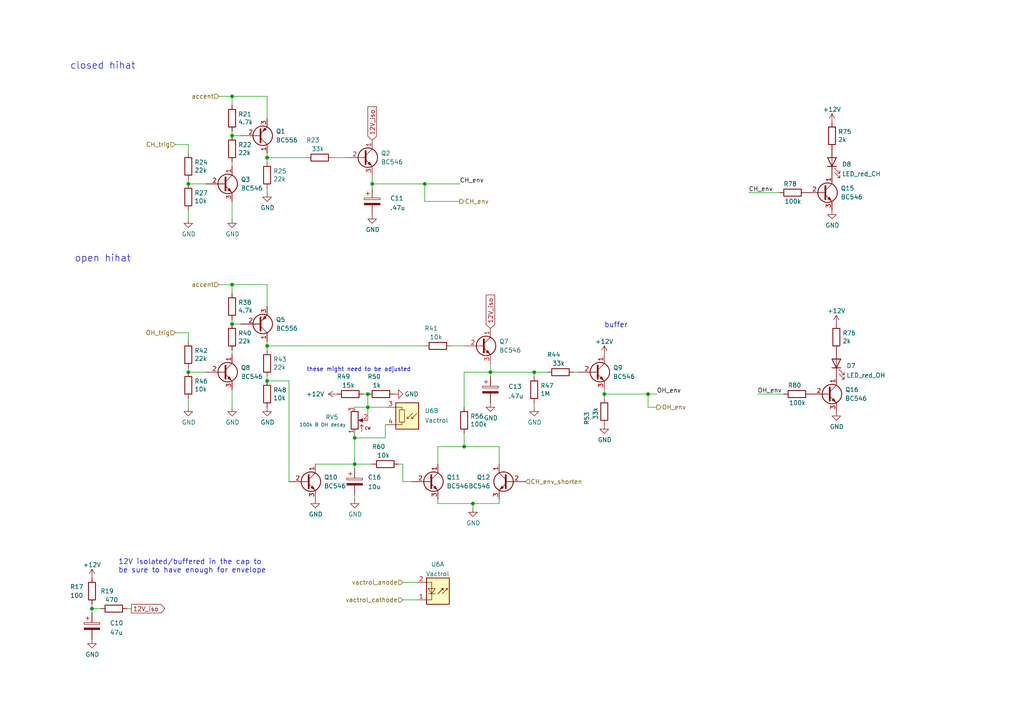
<source format=kicad_sch>
(kicad_sch (version 20211123) (generator eeschema)
  (paper "A4")
  (title_block (title "hihat") (rev "0.9") (comment 1 "untested"))
  (lib_symbols
    (symbol "Transistor_BJT:BC546" (pin_names (offset 0) hide)
      (property "Reference" "Q" (at 5.08 1.905 0))
      (property "Value" "BC546" (at 5.08 0 0))
      (symbol "BC546_0_1"
        (polyline (pts (xy 0 0) (xy 0.635 0)))
        (polyline (pts (xy 0.635 0.635) (xy 2.54 2.54)))
        (polyline (pts (xy 0.635 -0.635) (xy 2.54 -2.54) (xy 2.54 -2.54)))
        (polyline (pts (xy 0.635 1.905) (xy 0.635 -1.905) (xy 0.635 -1.905)) (stroke (width 0.508)))
        (polyline (pts (xy 1.27 -1.778) (xy 1.778 -1.27) (xy 2.286 -2.286) (xy 1.27 -1.778) (xy 1.27 -1.778)) (fill (type outline)))
        (circle (center 1.27 0) (radius 2.8194) (stroke (width 0.254)))
      )
      (symbol "BC546_1_1"
        (pin passive line (at 2.54 5.08 270) (length 2.54) (name "C") (number "1"))
        (pin input line (at -5.08 0 0) (length 5.08) (name "B") (number "2"))
        (pin passive line (at 2.54 -5.08 90) (length 2.54) (name "E") (number "3"))
      )
    )
    (symbol "Transistor_BJT:BC556" (pin_names (offset 0) hide)
      (property "Reference" "Q" (at 5.08 1.905 0))
      (property "Value" "BC556" (at 5.08 0 0))
      (symbol "BC556_0_1"
        (polyline (pts (xy 0.635 0.635) (xy 2.54 2.54)))
        (polyline (pts (xy 0.635 -0.635) (xy 2.54 -2.54) (xy 2.54 -2.54)))
        (polyline (pts (xy 0.635 1.905) (xy 0.635 -1.905) (xy 0.635 -1.905)) (stroke (width 0.508)))
        (polyline (pts (xy 2.286 -1.778) (xy 1.778 -2.286) (xy 1.27 -1.27) (xy 2.286 -1.778) (xy 2.286 -1.778)) (fill (type outline)))
        (circle (center 1.27 0) (radius 2.8194) (stroke (width 0.254)))
      )
      (symbol "BC556_1_1"
        (pin passive line (at 2.54 5.08 270) (length 2.54) (name "C") (number "1"))
        (pin input line (at -5.08 0 0) (length 5.715) (name "B") (number "2"))
        (pin passive line (at 2.54 -5.08 90) (length 2.54) (name "E") (number "3"))
      )
    )
    (symbol "ao_symbols:CP" (pin_numbers hide) (pin_names (offset 0.254))
      (property "Reference" "C" (at 0.635 2.54 0))
      (property "Value" "CP" (at 0.635 -2.54 0))
      (symbol "CP_0_1"
        (rectangle (start -2.286 0.508) (end 2.286 1.016))
        (polyline (pts (xy -1.778 2.286) (xy -0.762 2.286)))
        (polyline (pts (xy -1.27 2.794) (xy -1.27 1.778)))
        (rectangle (start 2.286 -0.508) (end -2.286 -1.016) (fill (type outline)))
      )
      (symbol "CP_1_1"
        (pin passive line (at 0 3.81 270) (length 2.794) (name "~") (number "1"))
        (pin passive line (at 0 -3.81 90) (length 2.794) (name "~") (number "2"))
      )
    )
    (symbol "ao_symbols:LED_red" (pin_numbers hide) (pin_names (offset 1.016) hide)
      (property "Reference" "D" (at 0 2.54 0))
      (property "Value" "LED_red" (at 0 -2.54 0))
      (symbol "LED_red_0_1"
        (polyline (pts (xy -1.27 -1.27) (xy -1.27 1.27)) (stroke (width 0.254)))
        (polyline (pts (xy -1.27 0) (xy 1.27 0)))
        (polyline (pts (xy 1.27 -1.27) (xy 1.27 1.27) (xy -1.27 0) (xy 1.27 -1.27)) (stroke (width 0.254)))
        (polyline (pts (xy -3.048 -0.762) (xy -4.572 -2.286) (xy -3.81 -2.286) (xy -4.572 -2.286) (xy -4.572 -1.524)))
        (polyline (pts (xy -1.778 -0.762) (xy -3.302 -2.286) (xy -2.54 -2.286) (xy -3.302 -2.286) (xy -3.302 -1.524)))
      )
      (symbol "LED_red_1_1"
        (pin passive line (at -3.81 0 0) (length 2.54) (name "K") (number "1"))
        (pin passive line (at 3.81 0 180) (length 2.54) (name "A") (number "2"))
      )
    )
    (symbol "ao_symbols:R" (pin_numbers hide) (pin_names (offset 0))
      (property "Reference" "R" (at 2.032 0 90))
      (property "Value" "R" (at 0 0 90))
      (symbol "R_0_1"
        (rectangle (start -1.016 -2.54) (end 1.016 2.54) (stroke (width 0.254)))
      )
      (symbol "R_1_1"
        (pin passive line (at 0 3.81 270) (length 1.27) (name "~") (number "1"))
        (pin passive line (at 0 -3.81 90) (length 1.27) (name "~") (number "2"))
      )
    )
    (symbol "ao_symbols:R_POT" (pin_names (offset 1.016) hide)
      (property "Reference" "RV" (at -4.445 0 90))
      (property "Value" "R_POT" (at -2.54 0 90))
      (symbol "R_POT_0_0"
        (text "CW" (at 3.81 -2.286 0) (effects (font (size 0.762 0.762))))
      )
      (symbol "R_POT_0_1"
        (rectangle (start -1.016 2.54) (end 1.016 -2.54) (stroke (width 0.254)))
        (polyline (pts (xy 2.032 -3.302) (xy 2.032 -1.27)) (stroke (width 0.1524)))
        (polyline (pts (xy 2.54 0) (xy 1.524 0)))
        (polyline (pts (xy 2.54 -1.778) (xy 2.032 -1.27) (xy 1.524 -1.778)) (stroke (width 0.1524)))
        (polyline (pts (xy 1.143 0) (xy 2.286 -0.508) (xy 2.286 0.508) (xy 1.143 0)) (fill (type outline)))
      )
      (symbol "R_POT_1_1"
        (pin passive line (at 0 -3.81 90) (length 1.27) (name "1") (number "1"))
        (pin passive line (at 3.81 0 180) (length 1.27) (name "2") (number "2"))
        (pin passive line (at 0 3.81 270) (length 1.27) (name "3") (number "3"))
      )
    )
    (symbol "ao_symbols:Vactrol" (pin_names (offset 1.016) hide)
      (property "Reference" "U" (at 0 5.08 0))
      (property "Value" "Vactrol" (at 0 -5.334 0))
      (symbol "Vactrol_0_1"
        (rectangle (start -3.302 3.81) (end 3.302 -3.81) (stroke (width 0.254)) (fill (type background)))
      )
      (symbol "Vactrol_1_1"
        (polyline (pts (xy -2.794 0.762) (xy -0.762 0.762)))
        (polyline (pts (xy 0 0.762) (xy 1.524 -0.762)))
        (polyline (pts (xy 0 0.762) (xy 1.524 -0.762)))
        (polyline (pts (xy 1.27 0.762) (xy 2.794 -0.762)))
        (polyline (pts (xy 1.524 -0.254) (xy 1.524 -0.762) (xy 1.016 -0.762)))
        (polyline (pts (xy 1.524 -0.254) (xy 1.524 -0.762) (xy 1.016 -0.762)))
        (polyline (pts (xy 2.794 -0.254) (xy 2.794 -0.762) (xy 2.286 -0.762)))
        (polyline (pts (xy -3.556 -2.54) (xy -1.778 -2.54) (xy -1.778 2.54) (xy -3.556 2.54)))
        (polyline (pts (xy -2.794 -0.762) (xy -1.778 0.762) (xy -0.762 -0.762) (xy -2.794 -0.762)))
        (pin passive line (at -6.096 2.54 0) (length 2.54) (name "-") (number "1"))
        (pin passive line (at -6.096 -2.54 0) (length 2.54) (name "+") (number "2"))
      )
      (symbol "Vactrol_2_1"
        (polyline (pts (xy -2.794 0.762) (xy -1.27 -0.762)))
        (polyline (pts (xy -1.524 0.762) (xy 0 -0.762)))
        (polyline (pts (xy -1.27 -0.254) (xy -1.27 -0.762) (xy -1.778 -0.762)))
        (polyline (pts (xy 0 -0.254) (xy 0 -0.762) (xy -0.508 -0.762)))
        (polyline (pts (xy 1.524 -1.778) (xy 1.524 -2.54) (xy 3.556 -2.54)))
        (polyline (pts (xy 1.524 1.778) (xy 1.524 2.54) (xy 3.556 2.54)))
        (rectangle (start 0.762 1.778) (end 2.286 -1.778))
        (pin passive line (at 6.096 2.54 180) (length 2.54) (name "~") (number "3"))
        (pin passive line (at 6.096 -2.54 180) (length 2.54) (name "~") (number "4"))
      )
    )
    (symbol "power:+12V" (power) (pin_names (offset 0))
      (property "Value" "+12V" (at 0 3.556 0))
      (symbol "+12V_0_1"
        (polyline (pts (xy -0.762 1.27) (xy 0 2.54)))
        (polyline (pts (xy 0 0) (xy 0 2.54)))
        (polyline (pts (xy 0 2.54) (xy 0.762 1.27)))
      )
      (symbol "+12V_1_1"
        (pin power_in line (at 0 0 90) (length 0) hide (name "+12V") (number "1"))
      )
    )
    (symbol "power:GND" (power) (pin_names (offset 0))
      (property "Value" "GND" (at 0 -3.81 0))
      (symbol "GND_0_1"
        (polyline (pts (xy 0 0) (xy 0 -1.27) (xy 1.27 -1.27) (xy 0 -2.54) (xy -1.27 -1.27) (xy 0 -1.27)))
      )
      (symbol "GND_1_1"
        (pin power_in line (at 0 0 270) (length 0) hide (name "GND") (number "1"))
      )
    )
  )
  (junction (at 54.61 107.95))
  (junction (at 102.87 134.62))
  (junction (at 187.96 114.3))
  (junction (at 102.87 127))
  (junction (at 106.68 114.3))
  (junction (at 106.68 118.11))
  (junction (at 123.19 53.34))
  (junction (at 77.47 110.49))
  (junction (at 134.62 129.54))
  (junction (at 67.31 27.94))
  (junction (at 67.31 93.98))
  (junction (at 77.47 100.33))
  (junction (at 54.61 53.34))
  (junction (at 175.26 114.3))
  (junction (at 137.16 146.05))
  (junction (at 107.95 53.34))
  (junction (at 154.94 107.95))
  (junction (at 67.31 82.55))
  (junction (at 26.67 176.53))
  (junction (at 67.31 39.37))
  (junction (at 142.24 107.95))
  (junction (at 77.47 45.72))
  (wire (pts (xy 137.16 146.05) (xy 137.16 147.32)))
  (wire (pts (xy 54.61 115.57) (xy 54.61 118.11)))
  (wire (pts (xy 54.61 106.68) (xy 54.61 107.95)))
  (wire (pts (xy 106.68 118.11) (xy 112.014 118.11)))
  (wire (pts (xy 67.31 46.99) (xy 67.31 48.26)))
  (wire (pts (xy 144.78 144.78) (xy 144.78 146.05)))
  (wire (pts (xy 96.52 45.72) (xy 100.33 45.72)))
  (wire (pts (xy 77.47 27.94) (xy 67.31 27.94)))
  (wire (pts (xy 111.76 123.19) (xy 112.014 123.19)))
  (wire (pts (xy 123.19 53.34) (xy 133.35 53.34)))
  (wire (pts (xy 116.84 139.7) (xy 116.84 134.62)))
  (wire (pts (xy 63.5 82.55) (xy 67.31 82.55)))
  (wire (pts (xy 77.47 88.9) (xy 77.47 82.55)))
  (wire (pts (xy 134.62 125.73) (xy 134.62 129.54)))
  (wire (pts (xy 67.31 113.03) (xy 67.31 118.11)))
  (wire (pts (xy 77.47 100.33) (xy 77.47 101.6)))
  (wire (pts (xy 154.94 116.84) (xy 154.94 118.11)))
  (wire (pts (xy 54.61 107.95) (xy 59.69 107.95)))
  (wire (pts (xy 106.68 118.11) (xy 102.87 118.11)))
  (wire (pts (xy 67.31 39.37) (xy 69.85 39.37)))
  (wire (pts (xy 154.94 107.95) (xy 154.94 109.22)))
  (wire (pts (xy 127 144.78) (xy 127 146.05)))
  (wire (pts (xy 142.24 107.95) (xy 142.24 109.22)))
  (wire (pts (xy 127 129.54) (xy 127 134.62)))
  (wire (pts (xy 187.96 114.3) (xy 190.5 114.3)))
  (wire (pts (xy 116.84 173.99) (xy 120.904 173.99)))
  (wire (pts (xy 67.31 101.6) (xy 67.31 102.87)))
  (wire (pts (xy 144.78 134.62) (xy 144.78 129.54)))
  (wire (pts (xy 77.47 34.29) (xy 77.47 27.94)))
  (wire (pts (xy 158.75 107.95) (xy 154.94 107.95)))
  (wire (pts (xy 50.8 41.91) (xy 54.61 41.91)))
  (wire (pts (xy 219.71 114.3) (xy 227.33 114.3)))
  (wire (pts (xy 67.31 93.98) (xy 69.85 93.98)))
  (wire (pts (xy 77.47 54.61) (xy 77.47 55.88)))
  (wire (pts (xy 102.87 143.51) (xy 102.87 144.78)))
  (wire (pts (xy 83.82 139.7) (xy 83.82 110.49)))
  (wire (pts (xy 107.95 50.8) (xy 107.95 53.34)))
  (wire (pts (xy 67.31 92.71) (xy 67.31 93.98)))
  (wire (pts (xy 77.47 45.72) (xy 88.9 45.72)))
  (wire (pts (xy 102.87 127) (xy 102.87 134.62)))
  (wire (pts (xy 123.19 53.34) (xy 123.19 58.42)))
  (wire (pts (xy 123.19 58.42) (xy 133.35 58.42)))
  (wire (pts (xy 77.47 100.33) (xy 123.19 100.33)))
  (wire (pts (xy 175.26 114.3) (xy 175.26 115.57)))
  (wire (pts (xy 144.78 146.05) (xy 137.16 146.05)))
  (wire (pts (xy 107.95 53.34) (xy 123.19 53.34)))
  (wire (pts (xy 77.47 44.45) (xy 77.47 45.72)))
  (wire (pts (xy 187.96 118.11) (xy 190.5 118.11)))
  (wire (pts (xy 77.47 99.06) (xy 77.47 100.33)))
  (wire (pts (xy 67.31 30.48) (xy 67.31 27.94)))
  (wire (pts (xy 91.44 134.62) (xy 102.87 134.62)))
  (wire (pts (xy 116.84 168.91) (xy 120.904 168.91)))
  (wire (pts (xy 54.61 99.06) (xy 54.61 96.52)))
  (wire (pts (xy 102.87 134.62) (xy 107.95 134.62)))
  (wire (pts (xy 50.8 96.52) (xy 54.61 96.52)))
  (wire (pts (xy 111.76 123.19) (xy 111.76 127)))
  (wire (pts (xy 175.26 114.3) (xy 187.96 114.3)))
  (wire (pts (xy 134.62 129.54) (xy 127 129.54)))
  (wire (pts (xy 116.84 134.62) (xy 115.57 134.62)))
  (wire (pts (xy 54.61 60.96) (xy 54.61 63.5)))
  (wire (pts (xy 134.62 118.11) (xy 134.62 107.95)))
  (wire (pts (xy 187.96 114.3) (xy 187.96 118.11)))
  (wire (pts (xy 54.61 53.34) (xy 59.69 53.34)))
  (wire (pts (xy 102.87 127) (xy 111.76 127)))
  (wire (pts (xy 142.24 107.95) (xy 154.94 107.95)))
  (wire (pts (xy 67.31 38.1) (xy 67.31 39.37)))
  (wire (pts (xy 54.61 44.45) (xy 54.61 41.91)))
  (wire (pts (xy 217.17 55.88) (xy 226.06 55.88)))
  (wire (pts (xy 175.26 113.03) (xy 175.26 114.3)))
  (wire (pts (xy 67.31 85.09) (xy 67.31 82.55)))
  (wire (pts (xy 26.67 176.53) (xy 26.67 175.26)))
  (wire (pts (xy 105.41 114.3) (xy 106.68 114.3)))
  (wire (pts (xy 102.87 134.62) (xy 102.87 135.89)))
  (wire (pts (xy 67.31 58.42) (xy 67.31 63.5)))
  (wire (pts (xy 77.47 45.72) (xy 77.47 46.99)))
  (wire (pts (xy 83.82 110.49) (xy 77.47 110.49)))
  (wire (pts (xy 36.83 176.53) (xy 38.1 176.53)))
  (wire (pts (xy 63.5 27.94) (xy 67.31 27.94)))
  (wire (pts (xy 130.81 100.33) (xy 134.62 100.33)))
  (wire (pts (xy 26.67 176.53) (xy 26.67 177.8)))
  (wire (pts (xy 77.47 109.22) (xy 77.47 110.49)))
  (wire (pts (xy 119.38 139.7) (xy 116.84 139.7)))
  (wire (pts (xy 134.62 107.95) (xy 142.24 107.95)))
  (wire (pts (xy 166.37 107.95) (xy 167.64 107.95)))
  (wire (pts (xy 102.87 125.73) (xy 102.87 127)))
  (wire (pts (xy 144.78 129.54) (xy 134.62 129.54)))
  (wire (pts (xy 106.68 114.3) (xy 106.68 118.11)))
  (wire (pts (xy 77.47 82.55) (xy 67.31 82.55)))
  (wire (pts (xy 127 146.05) (xy 137.16 146.05)))
  (wire (pts (xy 106.68 121.92) (xy 106.68 118.11)))
  (wire (pts (xy 107.95 53.34) (xy 107.95 54.61)))
  (wire (pts (xy 142.24 105.41) (xy 142.24 107.95)))
  (wire (pts (xy 54.61 52.07) (xy 54.61 53.34)))
  (wire (pts (xy 29.21 176.53) (xy 26.67 176.53)))
  (text "these might need to be adjusted" (at 88.9 107.95 0) (effects (font (size 1.2 1.2)) (justify left bottom)))
  (text "open hihat" (at 21.59 76.2 0) (effects (font (size 2.0066 2.0066)) (justify left bottom)))
  (text "closed hihat" (at 20.32 20.32 0) (effects (font (size 2.0066 2.0066)) (justify left bottom)))
  (text "12V isolated/buffered in the cap to\nbe sure to have enough for envelope" (at 34.29 166.37 0) (effects (font (size 1.5 1.5)) (justify left bottom)))
  (text "buffer" (at 175.26 95.25 0) (effects (font (size 1.5 1.5)) (justify left bottom)))
  (label "OH_env" (at 190.5 114.3 0))
  (label "CH_env" (at 217.17 55.88 0))
  (label "CH_env" (at 133.35 53.34 0))
  (label "OH_env" (at 219.71 114.3 0))
  (global_label "12V_iso" (shape input) (at 142.24 95.25 90) (property "Intersheet References" "${INTERSHEET_REFS}" (effects hide)))
  (global_label "12V_iso" (shape input) (at 107.95 40.64 90) (property "Intersheet References" "${INTERSHEET_REFS}" (effects hide)))
  (global_label "12V_iso" (shape output) (at 38.1 176.53 0) (property "Intersheet References" "${INTERSHEET_REFS}" (effects hide)))
  (hierarchical_label "vactrol_cathode" (shape input) (at 116.84 173.99 180))
  (hierarchical_label "vactrol_anode" (shape input) (at 116.84 168.91 180))
  (hierarchical_label "CH_env" (shape output) (at 133.35 58.42 0))
  (hierarchical_label "accent" (shape input) (at 63.5 27.94 180))
  (hierarchical_label "OH_env" (shape output) (at 190.5 118.11 0))
  (hierarchical_label "CH_trig" (shape input) (at 50.8 41.91 180))
  (hierarchical_label "CH_env_shorten" (shape input) (at 152.4 139.7 0))
  (hierarchical_label "OH_trig" (shape input) (at 50.8 96.52 180))
  (hierarchical_label "accent" (shape input) (at 63.5 82.55 180))
  (symbol (lib_id "ao_symbols:R") (at 26.67 171.45 180) (unit 1)
    (property "Reference" "R17" (at 20.32 170.18 0) (effects (justify right)))
    (property "Value" "100" (at 20.32 172.72 0) (effects (justify right)))
    (property "Footprint" "ao_tht:R_Axial_DIN0207_L6.3mm_D2.5mm_P10.16mm_Horizontal" (effects hide))
    (property "Vendor" "Tayda" (effects hide))
  )
  (symbol (lib_id "Transistor_BJT:BC546") (at 172.72 107.95 0) (unit 1)
    (property "Reference" "Q9" (at 177.8 106.68 0) (effects (justify left)))
    (property "Value" "BC546" (at 177.8 109.22 0) (effects (justify left)))
    (property "Footprint" "ao_tht:TO-92_Inline_Wide" (effects hide))
    (property "Datasheet" "https://www.onsemi.com/pub/Collateral/BC550-D.pdf" (effects hide))
  )
  (symbol (lib_id "ao_symbols:R") (at 67.31 97.79 180) (unit 1)
    (property "Reference" "R40" (at 69.088 96.6216 0) (effects (justify right)))
    (property "Value" "22k" (at 69.088 98.933 0) (effects (justify right)))
    (property "Footprint" "ao_tht:R_Axial_DIN0207_L6.3mm_D2.5mm_P10.16mm_Horizontal" (effects hide))
    (property "Vendor" "Tayda" (effects hide))
  )
  (symbol (lib_id "ao_symbols:R") (at 127 100.33 270) (unit 1)
    (property "Reference" "R41" (at 127 95.25 90) (effects (justify right)))
    (property "Value" "10k" (at 128.27 97.79 90) (effects (justify right)))
    (property "Footprint" "ao_tht:R_Axial_DIN0207_L6.3mm_D2.5mm_P10.16mm_Horizontal" (effects hide))
    (property "Vendor" "Tayda" (effects hide))
  )
  (symbol (lib_id "ao_symbols:R") (at 162.56 107.95 270) (unit 1)
    (property "Reference" "R44" (at 162.56 102.87 90) (effects (justify right)))
    (property "Value" "33k" (at 163.83 105.41 90) (effects (justify right)))
    (property "Footprint" "ao_tht:R_Axial_DIN0207_L6.3mm_D2.5mm_P10.16mm_Horizontal" (effects hide))
    (property "Vendor" "Tayda" (effects hide))
  )
  (symbol (lib_id "power:GND") (at 67.31 118.11 0) (unit 1)
    (property "Reference" "#PWR0153" (effects hide))
    (property "Value" "GND" (at 67.437 122.5042 0))
  )
  (symbol (lib_id "power:GND") (at 142.24 116.84 0) (unit 1)
    (property "Reference" "#PWR0159" (effects hide))
    (property "Value" "GND" (at 142.367 121.2342 0))
  )
  (symbol (lib_id "power:GND") (at 102.87 144.78 0) (unit 1)
    (property "Reference" "#PWR0157" (effects hide))
    (property "Value" "GND" (at 102.997 149.1742 0))
  )
  (symbol (lib_id "power:GND") (at 242.57 119.38 0) (unit 1)
    (property "Reference" "#PWR0188" (effects hide))
    (property "Value" "GND" (at 242.697 123.7742 0))
  )
  (symbol (lib_id "ao_symbols:R") (at 33.02 176.53 270) (unit 1)
    (property "Reference" "R19" (at 33.02 171.45 90) (effects (justify right)))
    (property "Value" "470" (at 34.29 173.99 90) (effects (justify right)))
    (property "Footprint" "ao_tht:R_Axial_DIN0207_L6.3mm_D2.5mm_P10.16mm_Horizontal" (effects hide))
    (property "Vendor" "Tayda" (effects hide))
  )
  (symbol (lib_id "ao_symbols:LED_red") (at 241.3 46.99 90) (unit 1)
    (property "Reference" "D8" (at 244.221 47.669 90) (effects (justify right)))
    (property "Value" "LED_red_CH" (at 244.221 50.4441 90) (effects (justify right)))
    (property "Footprint" "LED_THT:LED_D5.0mm" (effects hide))
    (property "Vendor" "Tayda" (effects hide))
    (property "SKU" "A-1554" (effects hide))
  )
  (symbol (lib_id "Transistor_BJT:BC556") (at 74.93 39.37 0) (mirror x) (unit 1)
    (property "Reference" "Q1" (at 80.01 38.1 0) (effects (justify left)))
    (property "Value" "BC556" (at 80.01 40.64 0) (effects (justify left)))
    (property "Footprint" "ao_tht:TO-92_Inline_Wide" (effects hide))
    (property "Datasheet" "https://www.onsemi.com/pub/Collateral/BC556BTA-D.pdf" (effects hide))
  )
  (symbol (lib_id "ao_symbols:R") (at 77.47 50.8 180) (unit 1)
    (property "Reference" "R25" (at 79.248 49.6316 0) (effects (justify right)))
    (property "Value" "22k" (at 79.248 51.943 0) (effects (justify right)))
    (property "Footprint" "ao_tht:R_Axial_DIN0207_L6.3mm_D2.5mm_P10.16mm_Horizontal" (effects hide))
    (property "Vendor" "Tayda" (effects hide))
  )
  (symbol (lib_id "Transistor_BJT:BC546") (at 64.77 107.95 0) (unit 1)
    (property "Reference" "Q8" (at 69.85 106.68 0) (effects (justify left)))
    (property "Value" "BC546" (at 69.85 109.22 0) (effects (justify left)))
    (property "Footprint" "ao_tht:TO-92_Inline_Wide" (effects hide))
    (property "Datasheet" "https://www.onsemi.com/pub/Collateral/BC550-D.pdf" (effects hide))
  )
  (symbol (lib_id "ao_symbols:R") (at 77.47 114.3 180) (unit 1)
    (property "Reference" "R48" (at 79.248 113.1316 0) (effects (justify right)))
    (property "Value" "10k" (at 79.248 115.443 0) (effects (justify right)))
    (property "Footprint" "ao_tht:R_Axial_DIN0207_L6.3mm_D2.5mm_P10.16mm_Horizontal" (effects hide))
    (property "Vendor" "Tayda" (effects hide))
  )
  (symbol (lib_id "power:GND") (at 54.61 63.5 0) (unit 1)
    (property "Reference" "#PWR0130" (effects hide))
    (property "Value" "GND" (at 54.737 67.8942 0))
  )
  (symbol (lib_id "ao_symbols:CP") (at 26.67 181.61 0) (unit 1)
    (property "Reference" "C10" (at 31.877 180.7015 0) (effects (justify left)))
    (property "Value" "47u" (at 31.877 183.4766 0) (effects (justify left)))
    (property "Footprint" "ao_tht:CP_Radial_horizontalflat_D5mm_P2.50mm_H10mm_south" (effects hide))
    (property "Vendor" "Tayda" (effects hide))
  )
  (symbol (lib_id "power:GND") (at 154.94 118.11 0) (unit 1)
    (property "Reference" "#PWR0160" (effects hide))
    (property "Value" "GND" (at 155.067 122.5042 0))
  )
  (symbol (lib_id "power:+12V") (at 26.67 167.64 0) (unit 1)
    (property "Reference" "#PWR0134" (effects hide))
    (property "Value" "+12V" (at 26.67 163.83 0))
  )
  (symbol (lib_id "ao_symbols:R_POT") (at 102.87 121.92 0) (unit 1)
    (property "Reference" "RV5" (at 98.1835 121.0115 0) (effects (justify right)))
    (property "Value" "100k B OH decay" (at 100.33 123.19 0) (effects (font (size 1 1)) (justify right)))
    (property "Footprint" "ao_tht:Potentiometer_Alpha_RD901F-40-00D_Single_Vertical_centered" (effects hide))
    (property "Vendor" "Tayda" (effects hide))
  )
  (symbol (lib_id "ao_symbols:R") (at 231.14 114.3 270) (unit 1)
    (property "Reference" "R80" (at 232.41 111.76 90) (effects (justify right)))
    (property "Value" "100k" (at 233.68 116.84 90) (effects (justify right)))
    (property "Footprint" "ao_tht:R_Axial_DIN0207_L6.3mm_D2.5mm_P10.16mm_Horizontal" (effects hide))
    (property "Vendor" "Tayda" (effects hide))
  )
  (symbol (lib_id "Transistor_BJT:BC546") (at 240.03 114.3 0) (unit 1)
    (property "Reference" "Q16" (at 245.11 113.03 0) (effects (justify left)))
    (property "Value" "BC546" (at 245.11 115.57 0) (effects (justify left)))
    (property "Footprint" "ao_tht:TO-92_Inline_Wide" (effects hide))
    (property "Datasheet" "https://www.onsemi.com/pub/Collateral/BC550-D.pdf" (effects hide))
  )
  (symbol (lib_id "power:GND") (at 114.3 114.3 90) (unit 1)
    (property "Reference" "#PWR0141" (effects hide))
    (property "Value" "GND" (at 119.38 114.3 90))
  )
  (symbol (lib_id "power:+12V") (at 242.57 93.98 0) (unit 1)
    (property "Reference" "#PWR0187" (effects hide))
    (property "Value" "+12V" (at 242.57 90.17 0))
  )
  (symbol (lib_id "Transistor_BJT:BC546") (at 238.76 55.88 0) (unit 1)
    (property "Reference" "Q15" (at 243.84 54.61 0) (effects (justify left)))
    (property "Value" "BC546" (at 243.84 57.15 0) (effects (justify left)))
    (property "Footprint" "ao_tht:TO-92_Inline_Wide" (effects hide))
    (property "Datasheet" "https://www.onsemi.com/pub/Collateral/BC550-D.pdf" (effects hide))
  )
  (symbol (lib_id "ao_symbols:LED_red") (at 242.57 105.41 90) (unit 1)
    (property "Reference" "D7" (at 245.491 106.089 90) (effects (justify right)))
    (property "Value" "LED_red_OH" (at 245.491 108.8641 90) (effects (justify right)))
    (property "Footprint" "LED_THT:LED_D5.0mm" (effects hide))
    (property "Vendor" "Tayda" (effects hide))
    (property "SKU" "A-1554" (effects hide))
  )
  (symbol (lib_id "ao_symbols:R") (at 154.94 113.03 180) (unit 1)
    (property "Reference" "R47" (at 156.718 111.8616 0) (effects (justify right)))
    (property "Value" "1M" (at 156.718 114.173 0) (effects (justify right)))
    (property "Footprint" "ao_tht:R_Axial_DIN0207_L6.3mm_D2.5mm_P10.16mm_Horizontal" (effects hide))
    (property "Vendor" "Tayda" (effects hide))
  )
  (symbol (lib_id "ao_symbols:CP") (at 107.95 58.42 0) (unit 1)
    (property "Reference" "C11" (at 113.157 57.5115 0) (effects (justify left)))
    (property "Value" ".47u" (at 113.157 60.2866 0) (effects (justify left)))
    (property "Footprint" "ao_tht:CP_Radial_horizontalflat_D5mm_P2.50mm_H10mm" (effects hide))
    (property "Vendor" "Tayda" (effects hide))
  )
  (symbol (lib_id "ao_symbols:R") (at 242.57 97.79 180) (unit 1)
    (property "Reference" "R76" (at 244.348 96.6216 0) (effects (justify right)))
    (property "Value" "2k" (at 244.348 98.933 0) (effects (justify right)))
    (property "Footprint" "ao_tht:R_Axial_DIN0207_L6.3mm_D2.5mm_P10.16mm_Horizontal" (effects hide))
    (property "Vendor" "Tayda" (effects hide))
  )
  (symbol (lib_id "power:+12V") (at 97.79 114.3 90) (unit 1)
    (property "Reference" "#PWR0140" (effects hide))
    (property "Value" "+12V" (at 91.44 114.3 90))
  )
  (symbol (lib_id "power:GND") (at 77.47 55.88 0) (unit 1)
    (property "Reference" "#PWR0131" (effects hide))
    (property "Value" "GND" (at 77.597 60.2742 0))
  )
  (symbol (lib_id "ao_symbols:R") (at 54.61 48.26 180) (unit 1)
    (property "Reference" "R24" (at 56.388 47.0916 0) (effects (justify right)))
    (property "Value" "22k" (at 56.388 49.403 0) (effects (justify right)))
    (property "Footprint" "ao_tht:R_Axial_DIN0207_L6.3mm_D2.5mm_P10.16mm_Horizontal" (effects hide))
    (property "Vendor" "Tayda" (effects hide))
  )
  (symbol (lib_id "Transistor_BJT:BC556") (at 74.93 93.98 0) (mirror x) (unit 1)
    (property "Reference" "Q5" (at 80.01 92.71 0) (effects (justify left)))
    (property "Value" "BC556" (at 80.01 95.25 0) (effects (justify left)))
    (property "Footprint" "ao_tht:TO-92_Inline_Wide" (effects hide))
    (property "Datasheet" "https://www.onsemi.com/pub/Collateral/BC556BTA-D.pdf" (effects hide))
  )
  (symbol (lib_id "power:GND") (at 107.95 62.23 0) (unit 1)
    (property "Reference" "#PWR0139" (effects hide))
    (property "Value" "GND" (at 108.077 66.6242 0))
  )
  (symbol (lib_id "Transistor_BJT:BC546") (at 88.9 139.7 0) (unit 1)
    (property "Reference" "Q10" (at 93.98 138.43 0) (effects (justify left)))
    (property "Value" "BC546" (at 93.98 140.97 0) (effects (justify left)))
    (property "Footprint" "ao_tht:TO-92_Inline_Wide" (effects hide))
    (property "Datasheet" "https://www.onsemi.com/pub/Collateral/BC550-D.pdf" (effects hide))
  )
  (symbol (lib_id "power:GND") (at 54.61 118.11 0) (unit 1)
    (property "Reference" "#PWR0155" (effects hide))
    (property "Value" "GND" (at 54.737 122.5042 0))
  )
  (symbol (lib_id "power:+12V") (at 175.26 102.87 0) (unit 1)
    (property "Reference" "#PWR0170" (effects hide))
    (property "Value" "+12V" (at 175.26 99.06 0))
  )
  (symbol (lib_id "power:GND") (at 26.67 185.42 0) (unit 1)
    (property "Reference" "#PWR0135" (effects hide))
    (property "Value" "GND" (at 26.797 189.8142 0))
  )
  (symbol (lib_id "ao_symbols:R") (at 92.71 45.72 270) (unit 1)
    (property "Reference" "R23" (at 92.71 40.64 90) (effects (justify right)))
    (property "Value" "33k" (at 93.98 43.18 90) (effects (justify right)))
    (property "Footprint" "ao_tht:R_Axial_DIN0207_L6.3mm_D2.5mm_P10.16mm_Horizontal" (effects hide))
    (property "Vendor" "Tayda" (effects hide))
  )
  (symbol (lib_id "ao_symbols:R") (at 110.49 114.3 270) (unit 1)
    (property "Reference" "R50" (at 110.49 109.22 90) (effects (justify right)))
    (property "Value" "1k" (at 110.49 111.76 90) (effects (justify right)))
    (property "Footprint" "ao_tht:R_Axial_DIN0207_L6.3mm_D2.5mm_P10.16mm_Horizontal" (effects hide))
    (property "Vendor" "Tayda" (effects hide))
  )
  (symbol (lib_id "ao_symbols:R") (at 111.76 134.62 270) (unit 1)
    (property "Reference" "R60" (at 111.76 129.54 90) (effects (justify right)))
    (property "Value" "10k" (at 113.03 132.08 90) (effects (justify right)))
    (property "Footprint" "ao_tht:R_Axial_DIN0207_L6.3mm_D2.5mm_P10.16mm_Horizontal" (effects hide))
    (property "Vendor" "Tayda" (effects hide))
  )
  (symbol (lib_id "ao_symbols:R") (at 54.61 57.15 180) (unit 1)
    (property "Reference" "R27" (at 56.388 55.9816 0) (effects (justify right)))
    (property "Value" "10k" (at 56.388 58.293 0) (effects (justify right)))
    (property "Footprint" "ao_tht:R_Axial_DIN0207_L6.3mm_D2.5mm_P10.16mm_Horizontal" (effects hide))
    (property "Vendor" "Tayda" (effects hide))
  )
  (symbol (lib_id "ao_symbols:R") (at 67.31 88.9 180) (unit 1)
    (property "Reference" "R38" (at 69.088 87.7316 0) (effects (justify right)))
    (property "Value" "4.7k" (at 69.088 90.043 0) (effects (justify right)))
    (property "Footprint" "ao_tht:R_Axial_DIN0207_L6.3mm_D2.5mm_P10.16mm_Horizontal" (effects hide))
    (property "Vendor" "Tayda" (effects hide))
  )
  (symbol (lib_id "ao_symbols:R") (at 175.26 119.38 0) (unit 1)
    (property "Reference" "R53" (at 170.18 119.38 90) (effects (justify right)))
    (property "Value" "33k" (at 172.72 118.11 90) (effects (justify right)))
    (property "Footprint" "ao_tht:R_Axial_DIN0207_L6.3mm_D2.5mm_P10.16mm_Horizontal" (effects hide))
    (property "Vendor" "Tayda" (effects hide))
  )
  (symbol (lib_id "power:GND") (at 77.47 118.11 0) (unit 1)
    (property "Reference" "#PWR0154" (effects hide))
    (property "Value" "GND" (at 77.597 122.5042 0))
  )
  (symbol (lib_id "power:GND") (at 67.31 63.5 0) (unit 1)
    (property "Reference" "#PWR0132" (effects hide))
    (property "Value" "GND" (at 67.437 67.8942 0))
  )
  (symbol (lib_id "ao_symbols:R") (at 67.31 43.18 180) (unit 1)
    (property "Reference" "R22" (at 69.088 42.0116 0) (effects (justify right)))
    (property "Value" "22k" (at 69.088 44.323 0) (effects (justify right)))
    (property "Footprint" "ao_tht:R_Axial_DIN0207_L6.3mm_D2.5mm_P10.16mm_Horizontal" (effects hide))
    (property "Vendor" "Tayda" (effects hide))
  )
  (symbol (lib_id "ao_symbols:R") (at 54.61 111.76 180) (unit 1)
    (property "Reference" "R46" (at 56.388 110.5916 0) (effects (justify right)))
    (property "Value" "10k" (at 56.388 112.903 0) (effects (justify right)))
    (property "Footprint" "ao_tht:R_Axial_DIN0207_L6.3mm_D2.5mm_P10.16mm_Horizontal" (effects hide))
    (property "Vendor" "Tayda" (effects hide))
  )
  (symbol (lib_id "power:GND") (at 91.44 144.78 0) (unit 1)
    (property "Reference" "#PWR0156" (effects hide))
    (property "Value" "GND" (at 91.567 149.1742 0))
  )
  (symbol (lib_id "power:GND") (at 241.3 60.96 0) (unit 1)
    (property "Reference" "#PWR0192" (effects hide))
    (property "Value" "GND" (at 241.427 65.3542 0))
  )
  (symbol (lib_id "ao_symbols:Vactrol") (at 127 171.45 0) (mirror x) (unit 1)
    (property "Reference" "U6" (at 126.9365 163.6735 0))
    (property "Value" "Vactrol" (at 126.9365 166.4486 0))
    (property "Footprint" "ao_tht:vactrol_Luna_NSL-32_with_diagram" (effects hide))
  )
  (symbol (lib_id "ao_symbols:CP") (at 102.87 139.7 0) (unit 1)
    (property "Reference" "C16" (at 106.68 138.43 0) (effects (justify left)))
    (property "Value" "10u" (at 106.68 141.2051 0) (effects (justify left)))
    (property "Footprint" "ao_tht:CP_Radial_horizontalflat_D5mm_P2.50mm_H10mm" (effects hide))
    (property "Vendor" "Tayda" (effects hide))
  )
  (symbol (lib_id "Transistor_BJT:BC546") (at 147.32 139.7 0) (mirror y) (unit 1)
    (property "Reference" "Q12" (at 142.24 138.43 0) (effects (justify left)))
    (property "Value" "BC546" (at 142.24 140.97 0) (effects (justify left)))
    (property "Footprint" "ao_tht:TO-92_Inline_Wide" (effects hide))
    (property "Datasheet" "https://www.onsemi.com/pub/Collateral/BC550-D.pdf" (effects hide))
  )
  (symbol (lib_id "ao_symbols:R") (at 229.87 55.88 270) (unit 1)
    (property "Reference" "R78" (at 231.14 53.34 90) (effects (justify right)))
    (property "Value" "100k" (at 232.41 58.42 90) (effects (justify right)))
    (property "Footprint" "ao_tht:R_Axial_DIN0207_L6.3mm_D2.5mm_P10.16mm_Horizontal" (effects hide))
    (property "Vendor" "Tayda" (effects hide))
  )
  (symbol (lib_id "ao_symbols:R") (at 134.62 121.92 180) (unit 1)
    (property "Reference" "R56" (at 136.398 120.7516 0) (effects (justify right)))
    (property "Value" "100k" (at 136.398 123.063 0) (effects (justify right)))
    (property "Footprint" "ao_tht:R_Axial_DIN0207_L6.3mm_D2.5mm_P10.16mm_Horizontal" (effects hide))
    (property "Vendor" "Tayda" (effects hide))
  )
  (symbol (lib_id "Transistor_BJT:BC546") (at 139.7 100.33 0) (unit 1)
    (property "Reference" "Q7" (at 144.78 99.06 0) (effects (justify left)))
    (property "Value" "BC546" (at 144.78 101.6 0) (effects (justify left)))
    (property "Footprint" "ao_tht:TO-92_Inline_Wide" (effects hide))
    (property "Datasheet" "https://www.onsemi.com/pub/Collateral/BC550-D.pdf" (effects hide))
  )
  (symbol (lib_id "Transistor_BJT:BC546") (at 64.77 53.34 0) (unit 1)
    (property "Reference" "Q3" (at 69.85 52.07 0) (effects (justify left)))
    (property "Value" "BC546" (at 69.85 54.61 0) (effects (justify left)))
    (property "Footprint" "ao_tht:TO-92_Inline_Wide" (effects hide))
    (property "Datasheet" "https://www.onsemi.com/pub/Collateral/BC550-D.pdf" (effects hide))
  )
  (symbol (lib_id "ao_symbols:R") (at 77.47 105.41 180) (unit 1)
    (property "Reference" "R43" (at 79.248 104.2416 0) (effects (justify right)))
    (property "Value" "22k" (at 79.248 106.553 0) (effects (justify right)))
    (property "Footprint" "ao_tht:R_Axial_DIN0207_L6.3mm_D2.5mm_P10.16mm_Horizontal" (effects hide))
    (property "Vendor" "Tayda" (effects hide))
  )
  (symbol (lib_id "ao_symbols:CP") (at 142.24 113.03 0) (unit 1)
    (property "Reference" "C13" (at 147.447 112.1215 0) (effects (justify left)))
    (property "Value" ".47u" (at 147.447 114.8966 0) (effects (justify left)))
    (property "Footprint" "ao_tht:CP_Radial_horizontalflat_D5mm_P2.50mm_H10mm" (effects hide))
    (property "Vendor" "Tayda" (effects hide))
  )
  (symbol (lib_id "Transistor_BJT:BC546") (at 124.46 139.7 0) (unit 1)
    (property "Reference" "Q11" (at 129.54 138.43 0) (effects (justify left)))
    (property "Value" "BC546" (at 129.54 140.97 0) (effects (justify left)))
    (property "Footprint" "ao_tht:TO-92_Inline_Wide" (effects hide))
    (property "Datasheet" "https://www.onsemi.com/pub/Collateral/BC550-D.pdf" (effects hide))
  )
  (symbol (lib_id "ao_symbols:R") (at 54.61 102.87 180) (unit 1)
    (property "Reference" "R42" (at 56.388 101.7016 0) (effects (justify right)))
    (property "Value" "22k" (at 56.388 104.013 0) (effects (justify right)))
    (property "Footprint" "ao_tht:R_Axial_DIN0207_L6.3mm_D2.5mm_P10.16mm_Horizontal" (effects hide))
    (property "Vendor" "Tayda" (effects hide))
  )
  (symbol (lib_id "power:+12V") (at 241.3 35.56 0) (unit 1)
    (property "Reference" "#PWR0189" (effects hide))
    (property "Value" "+12V" (at 241.3 31.75 0))
  )
  (symbol (lib_id "ao_symbols:R") (at 67.31 34.29 180) (unit 1)
    (property "Reference" "R21" (at 69.088 33.1216 0) (effects (justify right)))
    (property "Value" "4.7k" (at 69.088 35.433 0) (effects (justify right)))
    (property "Footprint" "ao_tht:R_Axial_DIN0207_L6.3mm_D2.5mm_P10.16mm_Horizontal" (effects hide))
    (property "Vendor" "Tayda" (effects hide))
  )
  (symbol (lib_id "ao_symbols:R") (at 101.6 114.3 270) (unit 1)
    (property "Reference" "R49" (at 101.6 109.22 90) (effects (justify right)))
    (property "Value" "15k" (at 102.87 111.76 90) (effects (justify right)))
    (property "Footprint" "ao_tht:R_Axial_DIN0207_L6.3mm_D2.5mm_P10.16mm_Horizontal" (effects hide))
    (property "Vendor" "Tayda" (effects hide))
  )
  (symbol (lib_id "power:GND") (at 175.26 123.19 0) (unit 1)
    (property "Reference" "#PWR0161" (effects hide))
    (property "Value" "GND" (at 175.387 127.5842 0))
  )
  (symbol (lib_id "power:GND") (at 137.16 147.32 0) (unit 1)
    (property "Reference" "#PWR0158" (effects hide))
    (property "Value" "GND" (at 137.287 151.7142 0))
  )
  (symbol (lib_id "Transistor_BJT:BC546") (at 105.41 45.72 0) (unit 1)
    (property "Reference" "Q2" (at 110.49 44.45 0) (effects (justify left)))
    (property "Value" "BC546" (at 110.49 46.99 0) (effects (justify left)))
    (property "Footprint" "ao_tht:TO-92_Inline_Wide" (effects hide))
    (property "Datasheet" "https://www.onsemi.com/pub/Collateral/BC550-D.pdf" (effects hide))
  )
  (symbol (lib_id "ao_symbols:R") (at 241.3 39.37 180) (unit 1)
    (property "Reference" "R75" (at 243.078 38.2016 0) (effects (justify right)))
    (property "Value" "2k" (at 243.078 40.513 0) (effects (justify right)))
    (property "Footprint" "ao_tht:R_Axial_DIN0207_L6.3mm_D2.5mm_P10.16mm_Horizontal" (effects hide))
    (property "Vendor" "Tayda" (effects hide))
  )
  (symbol (lib_id "ao_symbols:Vactrol") (at 118.11 120.65 0) (mirror y) (unit 2)
    (property "Reference" "U6" (at 123.19 119.1449 0) (effects (justify right)))
    (property "Value" "Vactrol" (at 123.19 121.92 0) (effects (justify right)))
    (property "Footprint" "ao_tht:vactrol_Luna_NSL-32_with_diagram" (effects hide))
  )
)
</source>
